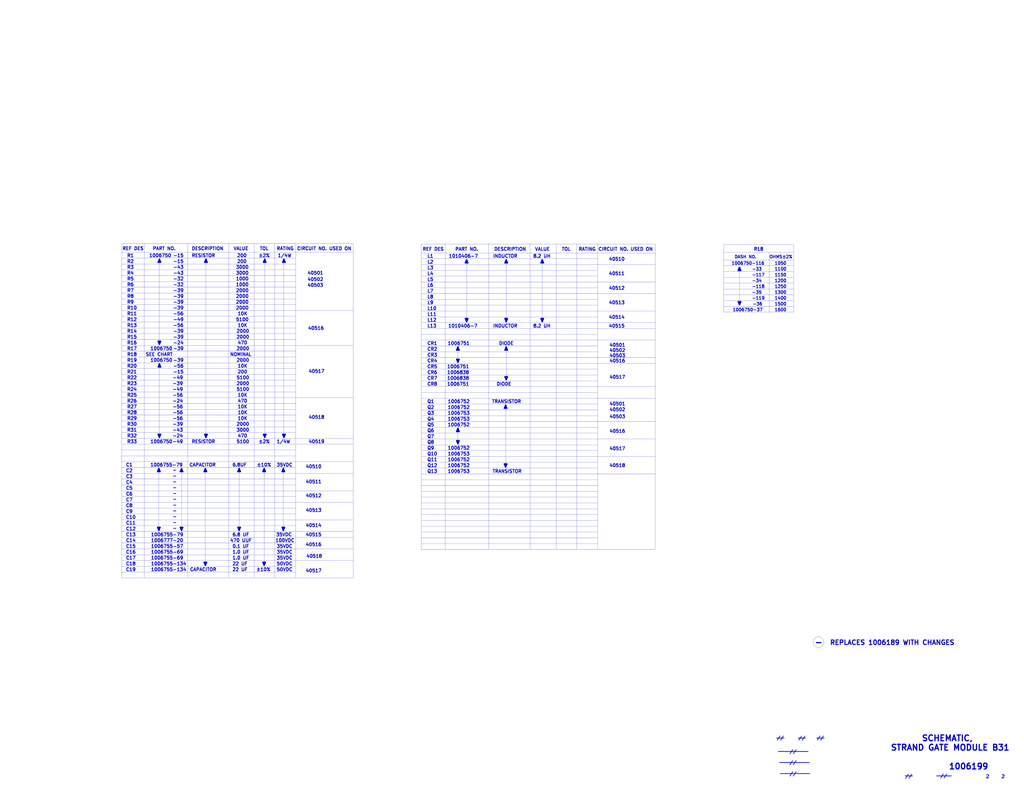
<source format=kicad_sch>
(kicad_sch (version 20211123) (generator eeschema)
  (paper "E")
  (polyline (pts (xy 260.985 512.445) (xy 260.985 579.12)) (stroke (width 0) (type solid)))
  (polyline (pts (xy 132.715 427.99) (xy 322.58 427.99)) (stroke (width 0) (type solid)))
  (polyline (pts (xy 459.74 530.225) (xy 652.145 530.225)) (stroke (width 0) (type solid)))
  (polyline (pts (xy 459.74 555.625) (xy 652.145 555.625)) (stroke (width 0) (type solid)))
  (polyline (pts (xy 173.355 579.12) (xy 172.085 575.945)) (stroke (width 1.524) (type solid)))
  (polyline (pts (xy 132.715 307.34) (xy 322.58 307.34)) (stroke (width 0) (type solid)))
  (polyline (pts (xy 501.015 382.27) (xy 498.475 382.27)) (stroke (width 1.524) (type solid)))
  (polyline (pts (xy 289.56 514.985) (xy 287.02 514.985)) (stroke (width 1.524) (type solid)))
  (polyline (pts (xy 172.72 400.685) (xy 173.99 397.51)) (stroke (width 1.524) (type solid)))
  (polyline (pts (xy 553.085 506.73) (xy 551.815 509.905)) (stroke (width 1.524) (type solid)))
  (polyline (pts (xy 508 347.98) (xy 510.54 347.98)) (stroke (width 1.524) (type solid)))
  (polyline (pts (xy 509.27 284.48) (xy 509.27 351.155)) (stroke (width 0) (type solid)))
  (polyline (pts (xy 259.715 514.985) (xy 260.985 511.81)) (stroke (width 1.524) (type solid)))
  (polyline (pts (xy 459.74 288.925) (xy 715.01 288.925)) (stroke (width 0) (type solid)))
  (polyline (pts (xy 459.74 384.175) (xy 652.145 384.175)) (stroke (width 0) (type solid)))
  (polyline (pts (xy 593.09 347.98) (xy 591.82 351.155)) (stroke (width 1.524) (type solid)))
  (polyline (pts (xy 551.815 443.23) (xy 551.815 509.905)) (stroke (width 0) (type solid)))
  (polyline (pts (xy 578.485 266.065) (xy 578.485 599.44)) (stroke (width 0) (type solid)))
  (polyline (pts (xy 385.445 266.065) (xy 385.445 631.19)) (stroke (width 0) (type solid)))
  (polyline (pts (xy 132.715 618.49) (xy 322.58 618.49)) (stroke (width 0) (type solid)))
  (polyline (pts (xy 459.74 371.475) (xy 715.01 371.475)) (stroke (width 0) (type solid)))
  (polyline (pts (xy 132.715 453.39) (xy 322.58 453.39)) (stroke (width 0) (type solid)))
  (polyline (pts (xy 309.88 283.21) (xy 311.15 286.385)) (stroke (width 1.524) (type solid)))
  (polyline (pts (xy 552.45 351.155) (xy 551.18 347.98)) (stroke (width 1.524) (type solid)))
  (polyline (pts (xy 311.15 286.385) (xy 308.61 286.385)) (stroke (width 1.524) (type solid)))
  (polyline (pts (xy 459.74 320.675) (xy 715.01 320.675)) (stroke (width 0) (type solid)))
  (polyline (pts (xy 459.74 460.375) (xy 715.01 460.375)) (stroke (width 0) (type solid)))
  (polyline (pts (xy 553.72 347.98) (xy 552.45 351.155)) (stroke (width 1.524) (type solid)))
  (polyline (pts (xy 552.45 379.095) (xy 553.72 382.27)) (stroke (width 1.524) (type solid)))
  (polyline (pts (xy 459.74 301.625) (xy 652.145 301.625)) (stroke (width 0) (type solid)))
  (polyline (pts (xy 459.74 390.525) (xy 715.01 390.525)) (stroke (width 0) (type solid)))
  (polyline (pts (xy 499.745 467.995) (xy 499.745 484.505)) (stroke (width 0) (type solid)))
  (polyline (pts (xy 552.45 379.73) (xy 552.45 414.655)) (stroke (width 0) (type solid)))
  (polyline (pts (xy 287.02 514.985) (xy 288.29 511.81)) (stroke (width 1.524) (type solid)))
  (polyline (pts (xy 591.82 284.48) (xy 591.82 351.155)) (stroke (width 0) (type solid)))
  (polyline (pts (xy 172.085 514.985) (xy 173.355 511.81)) (stroke (width 1.524) (type solid)))
  (polyline (pts (xy 260.985 511.81) (xy 262.255 514.985)) (stroke (width 1.524) (type solid)))
  (polyline (pts (xy 552.45 414.655) (xy 551.18 411.48)) (stroke (width 1.524) (type solid)))
  (polyline (pts (xy 459.74 498.475) (xy 715.01 498.475)) (stroke (width 0) (type solid)))
  (polyline (pts (xy 652.145 266.065) (xy 652.145 599.44)) (stroke (width 0) (type solid)))
  (polyline (pts (xy 808.355 295.275) (xy 805.815 295.275)) (stroke (width 1.524) (type solid)))
  (polyline (pts (xy 132.715 472.44) (xy 322.58 472.44)) (stroke (width 0) (type solid)))
  (polyline (pts (xy 459.74 266.7) (xy 459.74 600.075)) (stroke (width 0) (type solid)))
  (polyline (pts (xy 459.74 396.875) (xy 715.01 396.875)) (stroke (width 0) (type solid)))
  (polyline (pts (xy 552.45 283.845) (xy 553.72 287.02)) (stroke (width 1.524) (type solid)))
  (polyline (pts (xy 459.74 517.525) (xy 715.01 517.525)) (stroke (width 0) (type solid)))
  (polyline (pts (xy 299.72 266.065) (xy 299.72 631.19)) (stroke (width 0) (type solid)))
  (polyline (pts (xy 499.745 395.605) (xy 498.475 392.43)) (stroke (width 1.524) (type solid)))
  (polyline (pts (xy 224.79 283.845) (xy 224.79 477.52)) (stroke (width 0) (type solid)))
  (polyline (pts (xy 196.85 575.945) (xy 199.39 575.945)) (stroke (width 1.524) (type solid)))
  (polyline (pts (xy 715.01 266.065) (xy 715.01 599.44)) (stroke (width 0) (type solid)))
  (polyline (pts (xy 508 287.02) (xy 509.27 283.845)) (stroke (width 1.524) (type solid)))
  (polyline (pts (xy 459.74 536.575) (xy 652.145 536.575)) (stroke (width 0) (type solid)))
  (polyline (pts (xy 459.74 447.675) (xy 652.145 447.675)) (stroke (width 0) (type solid)))
  (polyline (pts (xy 132.715 459.74) (xy 322.58 459.74)) (stroke (width 0) (type solid)))
  (polyline (pts (xy 309.245 579.12) (xy 307.975 575.945)) (stroke (width 1.524) (type solid)))
  (polyline (pts (xy 249.555 266.065) (xy 249.555 631.19)) (stroke (width 0) (type solid)))
  (polyline (pts (xy 805.815 329.565) (xy 808.355 329.565)) (stroke (width 1.524) (type solid)))
  (polyline (pts (xy 288.925 283.845) (xy 288.925 477.52)) (stroke (width 0) (type solid)))
  (polyline (pts (xy 199.39 514.985) (xy 196.85 514.985)) (stroke (width 1.524) (type solid)))
  (polyline (pts (xy 459.74 346.075) (xy 652.145 346.075)) (stroke (width 0) (type solid)))
  (polyline (pts (xy 459.74 454.025) (xy 652.145 454.025)) (stroke (width 0) (type solid)))
  (polyline (pts (xy 501.015 392.43) (xy 499.745 395.605)) (stroke (width 1.524) (type solid)))
  (polyline (pts (xy 132.715 599.44) (xy 385.445 599.44)) (stroke (width 0) (type solid)))
  (polyline (pts (xy 459.74 542.925) (xy 652.145 542.925)) (stroke (width 0) (type solid)))
  (polyline (pts (xy 839.47 340.995) (xy 839.47 276.225)) (stroke (width 0) (type solid)))
  (polyline (pts (xy 307.975 575.945) (xy 310.515 575.945)) (stroke (width 1.524) (type solid)))
  (polyline (pts (xy 459.74 403.225) (xy 652.145 403.225)) (stroke (width 0) (type solid)))
  (polyline (pts (xy 789.94 321.945) (xy 866.14 321.945)) (stroke (width 0) (type solid)))
  (polyline (pts (xy 224.79 283.21) (xy 226.06 286.385)) (stroke (width 1.524) (type solid)))
  (polyline (pts (xy 132.715 266.065) (xy 132.715 631.19)) (stroke (width 0) (type solid)))
  (polyline (pts (xy 132.715 377.19) (xy 385.445 377.19)) (stroke (width 0) (type solid)))
  (polyline (pts (xy 173.99 283.845) (xy 173.99 375.92)) (stroke (width 0) (type solid)))
  (polyline (pts (xy 132.715 370.84) (xy 322.58 370.84)) (stroke (width 0) (type solid)))
  (polyline (pts (xy 132.715 364.49) (xy 322.58 364.49)) (stroke (width 0) (type solid)))
  (polyline (pts (xy 223.52 286.385) (xy 224.79 283.21)) (stroke (width 1.524) (type solid)))
  (polyline (pts (xy 789.94 334.645) (xy 866.14 334.645)) (stroke (width 0) (type solid)))
  (polyline (pts (xy 260.985 579.12) (xy 259.715 575.945)) (stroke (width 1.524) (type solid)))
  (polyline (pts (xy 132.715 510.54) (xy 322.58 510.54)) (stroke (width 0) (type solid)))
  (polyline (pts (xy 459.74 549.275) (xy 652.145 549.275)) (stroke (width 0) (type solid)))
  (polyline (pts (xy 223.52 474.345) (xy 226.06 474.345)) (stroke (width 1.524) (type solid)))
  (polyline (pts (xy 510.54 287.02) (xy 508 287.02)) (stroke (width 1.524) (type solid)))
  (polyline (pts (xy 805.815 295.275) (xy 807.085 292.1)) (stroke (width 1.524) (type solid)))
  (polyline (pts (xy 132.715 320.04) (xy 322.58 320.04)) (stroke (width 0) (type solid)))
  (polyline (pts (xy 173.99 375.92) (xy 172.72 372.745)) (stroke (width 1.524) (type solid)))
  (polyline (pts (xy 459.74 466.725) (xy 652.145 466.725)) (stroke (width 0) (type solid)))
  (polyline (pts (xy 132.715 421.64) (xy 322.58 421.64)) (stroke (width 0) (type solid)))
  (polyline (pts (xy 499.745 379.095) (xy 499.745 395.605)) (stroke (width 0) (type solid)))
  (polyline (pts (xy 498.475 481.33) (xy 501.015 481.33)) (stroke (width 1.524) (type solid)))
  (polyline (pts (xy 309.88 283.845) (xy 309.88 477.52)) (stroke (width 0) (type solid)))
  (polyline (pts (xy 510.54 347.98) (xy 509.27 351.155)) (stroke (width 1.524) (type solid)))
  (polyline (pts (xy 174.625 575.945) (xy 173.355 579.12)) (stroke (width 1.524) (type solid)))
  (polyline (pts (xy 132.715 332.74) (xy 322.58 332.74)) (stroke (width 0) (type solid)))
  (polyline (pts (xy 533.4 266.065) (xy 533.4 599.44)) (stroke (width 0) (type solid)))
  (polyline (pts (xy 132.715 586.74) (xy 385.445 586.74)) (stroke (width 0) (type solid)))
  (polyline (pts (xy 322.58 266.065) (xy 322.58 631.19)) (stroke (width 0) (type solid)))
  (polyline (pts (xy 132.715 523.24) (xy 322.58 523.24)) (stroke (width 0) (type solid)))
  (polyline (pts (xy 499.745 467.995) (xy 501.015 471.17)) (stroke (width 1.524) (type solid)))
  (polyline (pts (xy 132.715 358.14) (xy 322.58 358.14)) (stroke (width 0) (type solid)))
  (polyline (pts (xy 459.74 307.975) (xy 715.01 307.975)) (stroke (width 0) (type solid)))
  (polyline (pts (xy 222.885 514.985) (xy 224.155 511.81)) (stroke (width 1.524) (type solid)))
  (polyline (pts (xy 132.715 516.89) (xy 385.445 516.89)) (stroke (width 0) (type solid)))
  (polyline (pts (xy 459.74 523.875) (xy 652.145 523.875)) (stroke (width 0) (type solid)))
  (polyline (pts (xy 173.99 398.145) (xy 173.99 477.52)) (stroke (width 0) (type solid)))
  (polyline (pts (xy 175.26 372.745) (xy 173.99 375.92)) (stroke (width 1.524) (type solid)))
  (polyline (pts (xy 289.56 614.045) (xy 288.29 617.22)) (stroke (width 1.524) (type solid)))
  (polyline (pts (xy 132.715 593.09) (xy 322.58 593.09)) (stroke (width 0) (type solid)))
  (polyline (pts (xy 290.195 286.385) (xy 287.655 286.385)) (stroke (width 1.524) (type solid)))
  (polyline (pts (xy 551.18 287.02) (xy 552.45 283.845)) (stroke (width 1.524) (type solid)))
  (polyline (pts (xy 807.085 332.74) (xy 805.815 329.565)) (stroke (width 1.524) (type solid)))
  (polyline (pts (xy 225.425 514.985) (xy 222.885 514.985)) (stroke (width 1.524) (type solid)))
  (polyline (pts (xy 132.715 440.69) (xy 322.58 440.69)) (stroke (width 0) (type solid)))
  (polyline (pts (xy 459.74 377.825) (xy 652.145 377.825)) (stroke (width 0) (type solid)))
  (polyline (pts (xy 259.715 575.945) (xy 262.255 575.945)) (stroke (width 1.524) (type solid)))
  (polyline (pts (xy 789.94 275.59) (xy 866.14 275.59)) (stroke (width 0) (type solid)))
  (polyline (pts (xy 205.105 266.065) (xy 205.105 631.19)) (stroke (width 0) (type solid)))
  (polyline (pts (xy 459.74 600.075) (xy 715.01 600.075)) (stroke (width 0) (type solid)))
  (polyline (pts (xy 288.925 477.52) (xy 287.655 474.345)) (stroke (width 1.524) (type solid)))
  (polyline (pts (xy 459.74 485.775) (xy 652.145 485.775)) (stroke (width 0) (type solid)))
  (polyline (pts (xy 175.26 400.685) (xy 172.72 400.685)) (stroke (width 1.524) (type solid)))
  (polyline (pts (xy 173.99 283.21) (xy 175.26 286.385)) (stroke (width 1.524) (type solid)))
  (polyline (pts (xy 591.82 351.155) (xy 590.55 347.98)) (stroke (width 1.524) (type solid)))
  (polyline (pts (xy 629.285 266.065) (xy 629.285 599.44)) (stroke (width 0) (type solid)))
  (polyline (pts (xy 498.475 392.43) (xy 501.015 392.43)) (stroke (width 1.524) (type solid)))
  (polyline (pts (xy 509.27 283.845) (xy 510.54 287.02)) (stroke (width 1.524) (type solid)))
  (polyline (pts (xy 132.715 574.04) (xy 322.58 574.04)) (stroke (width 0) (type solid)))
  (polyline (pts (xy 132.715 434.34) (xy 385.445 434.34)) (stroke (width 0) (type solid)))
  (polyline (pts (xy 226.06 474.345) (xy 224.79 477.52)) (stroke (width 1.524) (type solid)))
  (polyline (pts (xy 173.99 397.51) (xy 175.26 400.685)) (stroke (width 1.524) (type solid)))
  (polyline (pts (xy 789.94 302.895) (xy 866.14 302.895)) (stroke (width 0) (type solid)))
  (polyline (pts (xy 551.18 382.27) (xy 552.45 379.095)) (stroke (width 1.524) (type solid)))
  (polyline (pts (xy 132.715 529.59) (xy 322.58 529.59)) (stroke (width 0) (type solid)))
  (polyline (pts (xy 132.715 548.64) (xy 385.445 548.64)) (stroke (width 0) (type solid)))
  (polyline (pts (xy 132.715 288.29) (xy 322.58 288.29)) (stroke (width 0) (type solid)))
  (polyline (pts (xy 132.715 383.54) (xy 322.58 383.54)) (stroke (width 0) (type solid)))
  (polyline (pts (xy 459.74 441.325) (xy 652.145 441.325)) (stroke (width 0) (type solid)))
  (polyline (pts (xy 198.12 511.81) (xy 199.39 514.985)) (stroke (width 1.524) (type solid)))
  (polyline (pts (xy 590.55 287.02) (xy 591.82 283.845)) (stroke (width 1.524) (type solid)))
  (polyline (pts (xy 499.745 484.505) (xy 498.475 481.33)) (stroke (width 1.524) (type solid)))
  (polyline (pts (xy 224.155 511.81) (xy 224.155 617.22)) (stroke (width 0) (type solid)))
  (polyline (pts (xy 499.745 379.095) (xy 501.015 382.27)) (stroke (width 1.524) (type solid)))
  (polyline (pts (xy 132.715 504.19) (xy 385.445 504.19)) (stroke (width 0) (type solid)))
  (polyline (pts (xy 199.39 575.945) (xy 198.12 579.12)) (stroke (width 1.524) (type solid)))
  (polyline (pts (xy 132.715 580.39) (xy 385.445 580.39)) (stroke (width 0) (type solid)))
  (polyline (pts (xy 288.29 511.81) (xy 289.56 514.985)) (stroke (width 1.524) (type solid)))
  (polyline (pts (xy 132.715 345.44) (xy 322.58 345.44)) (stroke (width 0) (type solid)))
  (polyline (pts (xy 174.625 514.985) (xy 172.085 514.985)) (stroke (width 1.524) (type solid)))
  (polyline (pts (xy 287.655 474.345) (xy 290.195 474.345)) (stroke (width 1.524) (type solid)))
  (polyline (pts (xy 553.72 411.48) (xy 552.45 414.655)) (stroke (width 1.524) (type solid)))
  (polyline (pts (xy 459.74 574.675) (xy 652.145 574.675)) (stroke (width 0) (type solid)))
  (polyline (pts (xy 224.155 617.22) (xy 222.885 614.045)) (stroke (width 1.524) (type solid)))
  (polyline (pts (xy 789.94 328.295) (xy 866.14 328.295)) (stroke (width 0) (type solid)))
  (polyline (pts (xy 459.74 593.725) (xy 652.145 593.725)) (stroke (width 0) (type solid)))
  (polyline (pts (xy 224.79 477.52) (xy 223.52 474.345)) (stroke (width 1.524) (type solid)))
  (polyline (pts (xy 459.74 314.325) (xy 652.145 314.325)) (stroke (width 0) (type solid)))
  (polyline (pts (xy 459.74 587.375) (xy 652.145 587.375)) (stroke (width 0) (type solid)))
  (polyline (pts (xy 132.715 535.94) (xy 385.445 535.94)) (stroke (width 0) (type solid)))
  (polyline (pts (xy 132.715 281.94) (xy 322.58 281.94)) (stroke (width 0) (type solid)))
  (polyline (pts (xy 132.715 415.29) (xy 322.58 415.29)) (stroke (width 0) (type solid)))
  (polyline (pts (xy 132.715 313.69) (xy 322.58 313.69)) (stroke (width 0) (type solid)))
  (polyline (pts (xy 591.82 283.845) (xy 593.09 287.02)) (stroke (width 1.524) (type solid)))
  (polyline (pts (xy 485.775 266.065) (xy 485.775 599.44)) (stroke (width 0) (type solid)))
  (polyline (pts (xy 498.475 471.17) (xy 499.745 467.995)) (stroke (width 1.524) (type solid)))
  (polyline (pts (xy 132.715 561.34) (xy 322.58 561.34)) (stroke (width 0) (type solid)))
  (polyline (pts (xy 226.06 286.385) (xy 223.52 286.385)) (stroke (width 1.524) (type solid)))
  (polyline (pts (xy 459.74 492.125) (xy 652.145 492.125)) (stroke (width 0) (type solid)))
  (polyline (pts (xy 132.715 266.065) (xy 385.445 266.065)) (stroke (width 0) (type solid)))
  (polyline (pts (xy 552.45 284.48) (xy 552.45 351.155)) (stroke (width 0) (type solid)))
  (polyline (pts (xy 459.74 415.925) (xy 652.145 415.925)) (stroke (width 0) (type solid)))
  (polyline (pts (xy 157.48 266.065) (xy 157.48 631.19)) (stroke (width 0) (type solid)))
  (polyline (pts (xy 459.74 434.975) (xy 715.01 434.975)) (stroke (width 0) (type solid)))
  (polyline (pts (xy 132.715 300.99) (xy 322.58 300.99)) (stroke (width 0) (type solid)))
  (polyline (pts (xy 196.85 514.985) (xy 198.12 511.81)) (stroke (width 1.524) (type solid)))
  (polyline (pts (xy 308.61 286.385) (xy 309.88 283.21)) (stroke (width 1.524) (type solid)))
  (polyline (pts (xy 262.255 575.945) (xy 260.985 579.12)) (stroke (width 1.524) (type solid)))
  (polyline (pts (xy 132.715 447.04) (xy 322.58 447.04)) (stroke (width 0) (type solid)))
  (polyline (pts (xy 459.74 561.975) (xy 652.145 561.975)) (stroke (width 0) (type solid)))
  (polyline (pts (xy 132.715 408.94) (xy 322.58 408.94)) (stroke (width 0) (type solid)))
  (polyline (pts (xy 132.715 624.84) (xy 322.58 624.84)) (stroke (width 0) (type solid)))
  (polyline (pts (xy 132.715 294.64) (xy 322.58 294.64)) (stroke (width 0) (type solid)))
  (polyline (pts (xy 222.885 614.045) (xy 225.425 614.045)) (stroke (width 1.524) (type solid)))
  (polyline (pts (xy 132.715 612.14) (xy 385.445 612.14)) (stroke (width 0) (type solid)))
  (polyline (pts (xy 459.74 339.725) (xy 715.01 339.725)) (stroke (width 0) (type solid)))
  (polyline (pts (xy 307.975 514.985) (xy 309.245 511.81)) (stroke (width 1.524) (type solid)))
  (polyline (pts (xy 789.94 315.595) (xy 866.14 315.595)) (stroke (width 0) (type solid)))
  (polyline (pts (xy 198.12 579.12) (xy 196.85 575.945)) (stroke (width 1.524) (type solid)))
  (polyline (pts (xy 175.26 474.345) (xy 173.99 477.52)) (stroke (width 1.524) (type solid)))
  (polyline (pts (xy 789.94 309.245) (xy 866.14 309.245)) (stroke (width 0) (type solid)))
  (polyline (pts (xy 789.94 340.995) (xy 866.14 340.995)) (stroke (width 0) (type solid)))
  (polyline (pts (xy 553.72 382.27) (xy 551.18 382.27)) (stroke (width 1.524) (type solid)))
  (polyline (pts (xy 288.925 283.21) (xy 290.195 286.385)) (stroke (width 1.524) (type solid)))
  (polyline (pts (xy 172.085 575.945) (xy 174.625 575.945)) (stroke (width 1.524) (type solid)))
  (polyline (pts (xy 459.74 479.425) (xy 715.01 479.425)) (stroke (width 0) (type solid)))
  (polyline (pts (xy 132.715 389.89) (xy 322.58 389.89)) (stroke (width 0) (type solid)))
  (polyline (pts (xy 132.715 275.59) (xy 385.445 275.59)) (stroke (width 0) (type solid)))
  (polyline (pts (xy 132.715 396.24) (xy 322.58 396.24)) (stroke (width 0) (type solid)))
  (polyline (pts (xy 459.74 276.225) (xy 715.01 276.225)) (stroke (width 0) (type solid)))
  (polyline (pts (xy 459.74 428.625) (xy 652.145 428.625)) (stroke (width 0) (type solid)))
  (polyline (pts (xy 132.715 478.79) (xy 385.445 478.79)) (stroke (width 0) (type solid)))
  (polyline (pts (xy 789.94 267.335) (xy 866.14 267.335)) (stroke (width 0) (type solid)))
  (polyline (pts (xy 459.74 511.175) (xy 652.145 511.175)) (stroke (width 0) (type solid)))
  (polyline (pts (xy 459.74 568.325) (xy 652.145 568.325)) (stroke (width 0) (type solid)))
  (polyline (pts (xy 789.94 267.335) (xy 789.94 340.995)) (stroke (width 0) (type solid)))
  (polyline (pts (xy 590.55 347.98) (xy 593.09 347.98)) (stroke (width 1.524) (type solid)))
  (polyline (pts (xy 132.715 497.84) (xy 322.58 497.84)) (stroke (width 0) (type solid)))
  (polyline (pts (xy 459.74 409.575) (xy 652.145 409.575)) (stroke (width 0) (type solid)))
  (polyline (pts (xy 309.245 511.81) (xy 310.515 514.985)) (stroke (width 1.524) (type solid)))
  (polyline (pts (xy 132.715 326.39) (xy 322.58 326.39)) (stroke (width 0) (type solid)))
  (polyline (pts (xy 459.74 504.825) (xy 652.145 504.825)) (stroke (width 0) (type solid)))
  (polyline (pts (xy 501.015 481.33) (xy 499.745 484.505)) (stroke (width 1.524) (type solid)))
  (polyline (pts (xy 132.715 351.79) (xy 322.58 351.79)) (stroke (width 0) (type solid)))
  (polyline (pts (xy 173.355 511.81) (xy 174.625 514.985)) (stroke (width 1.524) (type solid)))
  (polyline (pts (xy 459.74 581.025) (xy 652.145 581.025)) (stroke (width 0) (type solid)))
  (polyline (pts (xy 175.26 286.385) (xy 172.72 286.385)) (stroke (width 1.524) (type solid)))
  (polyline (pts (xy 132.715 605.79) (xy 322.58 605.79)) (stroke (width 0) (type solid)))
  (polyline (pts (xy 309.88 477.52) (xy 308.61 474.345)) (stroke (width 1.524) (type solid)))
  (polyline (pts (xy 553.72 287.02) (xy 551.18 287.02)) (stroke (width 1.524) (type solid)))
  (polyline (pts (xy 132.715 339.09) (xy 385.445 339.09)) (stroke (width 0) (type solid)))
  (polyline (pts (xy 198.12 512.445) (xy 198.12 579.12)) (stroke (width 0) (type solid)))
  (polyline (pts (xy 310.515 514.985) (xy 307.975 514.985)) (stroke (width 1.524) (type solid)))
  (polyline (pts (xy 132.715 466.09) (xy 322.58 466.09)) (stroke (width 0) (type solid)))
  (polyline (pts (xy 172.72 372.745) (xy 175.26 372.745)) (stroke (width 1.524) (type solid)))
  (polyline (pts (xy 459.74 358.775) (xy 715.01 358.775)) (stroke (width 0) (type solid)))
  (polyline (pts (xy 459.74 327.025) (xy 652.145 327.025)) (stroke (width 0) (type solid)))
  (polyline (pts (xy 550.545 506.73) (xy 553.085 506.73)) (stroke (width 1.524) (type solid)))
  (polyline (pts (xy 459.74 266.7) (xy 715.01 266.7)) (stroke (width 0) (type solid)))
  (polyline (pts (xy 807.085 291.465) (xy 807.085 332.74)) (stroke (width 0) (type solid)))
  (polyline (pts (xy 789.94 283.845) (xy 866.14 283.845)) (stroke (width 0) (type solid)))
  (polyline (pts (xy 172.72 286.385) (xy 173.99 283.21)) (stroke (width 1.524) (type solid)))
  (polyline (pts (xy 459.74 422.275) (xy 715.01 422.275)) (stroke (width 0) (type solid)))
  (polyline (pts (xy 132.715 485.14) (xy 385.445 485.14)) (stroke (width 0) (type solid)))
  (polyline (pts (xy 789.94 296.545) (xy 866.14 296.545)) (stroke (width 0) (type solid)))
  (polyline (pts (xy 311.15 474.345) (xy 309.88 477.52)) (stroke (width 1.524) (type solid)))
  (polyline (pts (xy 173.99 477.52) (xy 172.72 474.345)) (stroke (width 1.524) (type solid)))
  (polyline (pts (xy 551.18 347.98) (xy 553.72 347.98)) (stroke (width 1.524) (type solid)))
  (polyline (pts (xy 224.155 511.81) (xy 225.425 514.985)) (stroke (width 1.524) (type solid)))
  (polyline (pts (xy 509.27 351.155) (xy 508 347.98)) (stroke (width 1.524) (type solid)))
  (polyline (pts (xy 459.74 365.125) (xy 652.145 365.125)) (stroke (width 0) (type solid)))
  (polyline (pts (xy 459.74 282.575) (xy 652.145 282.575)) (stroke (width 0) (type solid)))
  (polyline (pts (xy 288.29 511.81) (xy 288.29 617.22)) (stroke (width 0) (type solid)))
  (polyline (pts (xy 288.29 617.22) (xy 287.02 614.045)) (stroke (width 1.524) (type solid)))
  (polyline (pts (xy 262.255 514.985) (xy 259.715 514.985)) (stroke (width 1.524) (type solid)))
  (polyline (pts (xy 551.815 509.905) (xy 550.545 506.73)) (stroke (width 1.524) (type solid)))
  (polyline (pts (xy 459.74 473.075) (xy 652.145 473.075)) (stroke (width 0) (type solid)))
  (polyline (pts (xy 172.72 474.345) (xy 175.26 474.345)) (stroke (width 1.524) (type solid)))
  (polyline (pts (xy 789.94 290.195) (xy 866.14 290.195)) (stroke (width 0) (type solid)))
  (polyline (pts (xy 287.655 286.385) (xy 288.925 283.21)) (stroke (width 1.524) (type solid)))
  (polyline (pts (xy 459.74 333.375) (xy 652.145 333.375)) (stroke (width 0) (type solid)))
  (polyline (pts (xy 290.195 474.345) (xy 288.925 477.52)) (stroke (width 1.524) (type solid)))
  (polyline (pts (xy 459.74 352.425) (xy 715.01 352.425)) (stroke (width 0) (type solid)))
  (polyline (pts (xy 550.545 445.77) (xy 551.815 442.595)) (stroke (width 1.524) (type solid)))
  (polyline (pts (xy 310.515 575.945) (xy 309.245 579.12)) (stroke (width 1.524) (type solid)))
  (polyline (pts (xy 551.815 442.595) (xy 553.085 445.77)) (stroke (width 1.524) (type solid)))
  (polyline (pts (xy 551.18 411.48) (xy 553.72 411.48)) (stroke (width 1.524) (type solid)))
  (polyline (pts (xy 132.715 567.69) (xy 385.445 567.69)) (stroke (width 0) (type solid)))
  (polyline (pts (xy 607.06 266.065) (xy 607.06 599.44)) (stroke (width 0) (type solid)))
  (polyline (pts (xy 498.475 382.27) (xy 499.745 379.095)) (stroke (width 1.524) (type solid)))
  (polyline (pts (xy 553.085 445.77) (xy 550.545 445.77)) (stroke (width 1.524) (type solid)))
  (polyline (pts (xy 807.085 292.1) (xy 808.355 295.275)) (stroke (width 1.524) (type solid)))
  (polyline (pts (xy 277.495 266.065) (xy 277.495 631.19)) (stroke (width 0) (type solid)))
  (polyline (pts (xy 308.61 474.345) (xy 311.15 474.345)) (stroke (width 1.524) (type solid)))
  (polyline (pts (xy 132.715 554.99) (xy 322.58 554.99)) (stroke (width 0) (type solid)))
  (polyline (pts (xy 132.715 631.19) (xy 385.445 631.19)) (stroke (width 0) (type solid)))
  (polyline (pts (xy 593.09 287.02) (xy 590.55 287.02)) (stroke (width 1.524) (type solid)))
  (polyline (pts (xy 501.015 471.17) (xy 498.475 471.17)) (stroke (width 1.524) (type solid)))
  (polyline (pts (xy 459.74 295.275) (xy 652.145 295.275)) (stroke (width 0) (type solid)))
  (polyline (pts (xy 866.14 267.335) (xy 866.14 340.995)) (stroke (width 0) (type solid)))
  (polyline (pts (xy 808.355 329.565) (xy 807.085 332.74)) (stroke (width 1.524) (type solid)))
  (polyline (pts (xy 309.245 512.445) (xy 309.245 579.12)) (stroke (width 0) (type solid)))
  (polyline (pts (xy 132.715 542.29) (xy 322.58 542.29)) (stroke (width 0) (type solid)))
  (polyline (pts (xy 132.715 491.49) (xy 322.58 491.49)) (stroke (width 0) (type solid)))
  (polyline (pts (xy 287.02 614.045) (xy 289.56 614.045)) (stroke (width 1.524) (type solid)))
  (polyline (pts (xy 173.355 512.445) (xy 173.355 579.12)) (stroke (width 0) (type solid)))
  (polyline (pts (xy 225.425 614.045) (xy 224.155 617.22)) (stroke (width 1.524) (type solid)))
  (polyline (pts (xy 132.715 402.59) (xy 322.58 402.59)) (stroke (width 0) (type solid)))
  (text "10K" (at 259.08 452.755 0) (effects (font (size 3.556 3.556) (thickness 0.7112) bold) (justify left bottom)))
  (text "2000" (at 257.81 363.855 0) (effects (font (size 3.556 3.556) (thickness 0.7112) bold) (justify left bottom)))
  (text "CR1" (at 466.09 377.19 0) (effects (font (size 3.556 3.556) (thickness 0.7112) bold) (justify left bottom)))
  (text "1006753" (at 488.315 516.89 0) (effects (font (size 3.556 3.556) (thickness 0.7112) bold) (justify left bottom)))
  (text "1100" (at 845.185 295.91 0) (effects (font (size 3.302 3.302) (thickness 0.6604) bold) (justify left bottom)))
  (text "//" (at 987.552 849.884 0) (effects (font (size 3.556 3.556) (thickness 0.7112) bold) (justify left bottom)))
  (text "1006838" (at 487.68 408.94 0) (effects (font (size 3.556 3.556) (thickness 0.7112) bold) (justify left bottom)))
  (text "±2%" (at 281.94 281.305 0) (effects (font (size 3.556 3.556) (thickness 0.7112) bold) (justify left bottom)))
  (text "-" (at 187.96 515.62 0) (effects (font (size 3.556 3.556) (thickness 0.7112) bold) (justify left bottom)))
  (text "C3" (at 137.16 522.605 0) (effects (font (size 3.556 3.556) (thickness 0.7112) bold) (justify left bottom)))
  (text "40514" (at 664.21 348.615 0) (effects (font (size 3.556 3.556) (thickness 0.7112) bold) (justify left bottom)))
  (text "40502" (at 335.28 307.34 0) (effects (font (size 3.556 3.556) (thickness 0.7112) bold) (justify left bottom)))
  (text "1006753" (at 488.315 453.39 0) (effects (font (size 3.556 3.556) (thickness 0.7112) bold) (justify left bottom)))
  (text "R6" (at 138.43 313.055 0) (effects (font (size 3.556 3.556) (thickness 0.7112) bold) (justify left bottom)))
  (text "____________" (at 850.265 833.12 0) (effects (font (size 3.556 3.556) (thickness 0.7112) bold) (justify left bottom)))
  (text "VALUE" (at 254.635 273.685 0) (effects (font (size 3.556 3.556) (thickness 0.7112) bold) (justify left bottom)))
  (text "40518" (at 336.55 457.835 0) (effects (font (size 3.556 3.556) (thickness 0.7112) bold) (justify left bottom)))
  (text "-56" (at 187.96 452.755 0) (effects (font (size 3.556 3.556) (thickness 0.7112) bold) (justify left bottom)))
  (text "-49" (at 187.96 427.355 0) (effects (font (size 3.556 3.556) (thickness 0.7112) bold) (justify left bottom)))
  (text "R17" (at 138.43 382.905 0) (effects (font (size 3.556 3.556) (thickness 0.7112) bold) (justify left bottom)))
  (text "______" (at 1021.715 847.725 0) (effects (font (size 3.556 3.556) (thickness 0.7112) bold) (justify left bottom)))
  (text "CR6" (at 466.09 408.94 0) (effects (font (size 3.556 3.556) (thickness 0.7112) bold) (justify left bottom)))
  (text "-43" (at 188.595 300.355 0) (effects (font (size 3.556 3.556) (thickness 0.7112) bold) (justify left bottom)))
  (text "40517" (at 664.845 414.02 0) (effects (font (size 3.556 3.556) (thickness 0.7112) bold) (justify left bottom)))
  (text "1006755-79" (at 163.83 509.905 0) (effects (font (size 3.556 3.556) (thickness 0.7112) bold) (justify left bottom)))
  (text "C1" (at 137.16 509.905 0) (effects (font (size 3.556 3.556) (thickness 0.7112) bold) (justify left bottom)))
  (text "1006751" (at 487.68 402.59 0) (effects (font (size 3.556 3.556) (thickness 0.7112) bold) (justify left bottom)))
  (text "R12" (at 138.43 351.155 0) (effects (font (size 3.556 3.556) (thickness 0.7112) bold) (justify left bottom)))
  (text "35VDC" (at 301.625 611.505 0) (effects (font (size 3.556 3.556) (thickness 0.7112) bold) (justify left bottom)))
  (text "-43" (at 188.595 294.005 0) (effects (font (size 3.556 3.556) (thickness 0.7112) bold) (justify left bottom)))
  (text "2000" (at 257.175 338.455 0) (effects (font (size 3.556 3.556) (thickness 0.7112) bold) (justify left bottom)))
  (text "40511" (at 333.375 528.32 0) (effects (font (size 3.556 3.556) (thickness 0.7112) bold) (justify left bottom)))
  (text "1006755-69" (at 164.465 611.505 0) (effects (font (size 3.556 3.556) (thickness 0.7112) bold) (justify left bottom)))
  (text "1000" (at 257.175 313.055 0) (effects (font (size 3.556 3.556) (thickness 0.7112) bold) (justify left bottom)))
  (text "1006753" (at 488.315 459.74 0) (effects (font (size 3.556 3.556) (thickness 0.7112) bold) (justify left bottom)))
  (text "-49" (at 187.96 484.505 0) (effects (font (size 3.556 3.556) (thickness 0.7112) bold) (justify left bottom)))
  (text "R5" (at 138.43 306.705 0) (effects (font (size 3.556 3.556) (thickness 0.7112) bold) (justify left bottom)))
  (text "Q1" (at 466.09 440.69 0) (effects (font (size 3.556 3.556) (thickness 0.7112) bold) (justify left bottom)))
  (text "Q13" (at 466.09 516.89 0) (effects (font (size 3.556 3.556) (thickness 0.7112) bold) (justify left bottom)))
  (text "-34" (at 820.42 308.61 0) (effects (font (size 3.302 3.302) (thickness 0.6604) bold) (justify left bottom)))
  (text "-15" (at 188.595 287.655 0) (effects (font (size 3.556 3.556) (thickness 0.7112) bold) (justify left bottom)))
  (text "PART NO." (at 496.57 274.32 0) (effects (font (size 3.556 3.556) (thickness 0.7112) bold) (justify left bottom)))
  (text "CAPACITOR" (at 206.375 509.905 0) (effects (font (size 3.556 3.556) (thickness 0.7112) bold) (justify left bottom)))
  (text "0.1 UF" (at 253.365 598.805 0) (effects (font (size 3.556 3.556) (thickness 0.7112) bold) (justify left bottom)))
  (text "-" (at 187.96 528.32 0) (effects (font (size 3.556 3.556) (thickness 0.7112) bold) (justify left bottom)))
  (text "R22" (at 138.43 414.655 0) (effects (font (size 3.556 3.556) (thickness 0.7112) bold) (justify left bottom)))
  (text "1006752" (at 488.315 504.19 0) (effects (font (size 3.556 3.556) (thickness 0.7112) bold) (justify left bottom)))
  (text "3000" (at 257.175 294.005 0) (effects (font (size 3.556 3.556) (thickness 0.7112) bold) (justify left bottom)))
  (text "L1" (at 466.09 281.94 0) (effects (font (size 3.556 3.556) (thickness 0.7112) bold) (justify left bottom)))
  (text "-24" (at 188.595 376.555 0) (effects (font (size 3.556 3.556) (thickness 0.7112) bold) (justify left bottom)))
  (text "200" (at 258.445 287.655 0) (effects (font (size 3.556 3.556) (thickness 0.7112) bold) (justify left bottom)))
  (text "40516" (at 664.845 396.24 0) (effects (font (size 3.556 3.556) (thickness 0.7112) bold) (justify left bottom)))
  (text "R23" (at 138.43 421.005 0) (effects (font (size 3.556 3.556) (thickness 0.7112) bold) (justify left bottom)))
  (text "R27" (at 138.43 446.405 0) (effects (font (size 3.556 3.556) (thickness 0.7112) bold) (justify left bottom)))
  (text "R28" (at 138.43 452.755 0) (effects (font (size 3.556 3.556) (thickness 0.7112) bold) (justify left bottom)))
  (text "35VDC" (at 301.625 509.905 0) (effects (font (size 3.556 3.556) (thickness 0.7112) bold) (justify left bottom)))
  (text "C4" (at 137.16 528.955 0) (effects (font (size 3.556 3.556) (thickness 0.7112) bold) (justify left bottom)))
  (text "10K" (at 259.08 433.705 0) (effects (font (size 3.556 3.556) (thickness 0.7112) bold) (justify left bottom)))
  (text "470" (at 259.08 376.555 0) (effects (font (size 3.556 3.556) (thickness 0.7112) bold) (justify left bottom)))
  (text "-56" (at 187.96 433.705 0) (effects (font (size 3.556 3.556) (thickness 0.7112) bold) (justify left bottom)))
  (text "40513" (at 333.375 559.435 0) (effects (font (size 3.556 3.556) (thickness 0.7112) bold) (justify left bottom)))
  (text "40501" (at 664.845 443.23 0) (effects (font (size 3.556 3.556) (thickness 0.7112) bold) (justify left bottom)))
  (text "SEE CHART" (at 158.75 389.255 0) (effects (font (size 3.556 3.556) (thickness 0.7112) bold) (justify left bottom)))
  (text "Q7" (at 466.09 478.79 0) (effects (font (size 3.556 3.556) (thickness 0.7112) bold) (justify left bottom)))
  (text "40502" (at 664.845 449.58 0) (effects (font (size 3.556 3.556) (thickness 0.7112) bold) (justify left bottom)))
  (text "-" (at 187.96 566.42 0) (effects (font (size 3.556 3.556) (thickness 0.7112) bold) (justify left bottom)))
  (text "1006755-57" (at 164.465 598.805 0) (effects (font (size 3.556 3.556) (thickness 0.7112) bold) (justify left bottom)))
  (text "40517" (at 664.845 492.125 0) (effects (font (size 3.556 3.556) (thickness 0.7112) bold) (justify left bottom)))
  (text "40510" (at 333.375 511.81 0) (effects (font (size 3.556 3.556) (thickness 0.7112) bold) (justify left bottom)))
  (text "CR3" (at 466.09 389.89 0) (effects (font (size 3.556 3.556) (thickness 0.7112) bold) (justify left bottom)))
  (text "1006750" (at 163.83 395.605 0) (effects (font (size 3.556 3.556) (thickness 0.7112) bold) (justify left bottom)))
  (text "R30" (at 138.43 465.455 0) (effects (font (size 3.556 3.556) (thickness 0.7112) bold) (justify left bottom)))
  (text "-49" (at 187.96 414.655 0) (effects (font (size 3.556 3.556) (thickness 0.7112) bold) (justify left bottom)))
  (text "R13" (at 138.43 357.505 0) (effects (font (size 3.556 3.556) (thickness 0.7112) bold) (justify left bottom)))
  (text "1006752" (at 488.315 466.09 0) (effects (font (size 3.556 3.556) (thickness 0.7112) bold) (justify left bottom)))
  (text "Q6" (at 466.09 472.44 0) (effects (font (size 3.556 3.556) (thickness 0.7112) bold) (justify left bottom)))
  (text "8.2 UH" (at 581.66 358.14 0) (effects (font (size 3.556 3.556) (thickness 0.7112) bold) (justify left bottom)))
  (text "10K" (at 259.08 459.105 0) (effects (font (size 3.556 3.556) (thickness 0.7112) bold) (justify left bottom)))
  (text "C16" (at 137.16 605.155 0) (effects (font (size 3.556 3.556) (thickness 0.7112) bold) (justify left bottom)))
  (text "1006752" (at 488.315 440.69 0) (effects (font (size 3.556 3.556) (thickness 0.7112) bold) (justify left bottom)))
  (text "40518" (at 334.01 609.6 0) (effects (font (size 3.556 3.556) (thickness 0.7112) bold) (justify left bottom)))
  (text "R25" (at 138.43 433.705 0) (effects (font (size 3.556 3.556) (thickness 0.7112) bold) (justify left bottom)))
  (text "C13" (at 137.16 586.105 0) (effects (font (size 3.556 3.556) (thickness 0.7112) bold) (justify left bottom)))
  (text "-119" (at 820.42 327.66 0) (effects (font (size 3.302 3.302) (thickness 0.6604) bold) (justify left bottom)))
  (text "22 UF" (at 253.365 624.205 0) (effects (font (size 3.556 3.556) (thickness 0.7112) bold) (justify left bottom)))
  (text "5100" (at 257.175 351.155 0) (effects (font (size 3.556 3.556) (thickness 0.7112) bold) (justify left bottom)))
  (text "DIODE" (at 544.195 377.19 0) (effects (font (size 3.556 3.556) (thickness 0.7112) bold) (justify left bottom)))
  (text "R14" (at 138.43 363.855 0) (effects (font (size 3.556 3.556) (thickness 0.7112) bold) (justify left bottom)))
  (text "1400" (at 845.185 327.66 0) (effects (font (size 3.302 3.302) (thickness 0.6604) bold) (justify left bottom)))
  (text "-39" (at 188.595 370.205 0) (effects (font (size 3.556 3.556) (thickness 0.7112) bold) (justify left bottom)))
  (text "Q10" (at 466.09 497.84 0) (effects (font (size 3.556 3.556) (thickness 0.7112) bold) (justify left bottom)))
  (text "5100" (at 257.81 427.355 0) (effects (font (size 3.556 3.556) (thickness 0.7112) bold) (justify left bottom)))
  (text "R9" (at 138.43 332.105 0) (effects (font (size 3.556 3.556) (thickness 0.7112) bold) (justify left bottom)))
  (text "RATING" (at 301.625 273.685 0) (effects (font (size 3.556 3.556) (thickness 0.7112) bold) (justify left bottom)))
  (text "-39" (at 188.595 382.905 0) (effects (font (size 3.556 3.556) (thickness 0.7112) bold) (justify left bottom)))
  (text "R26" (at 138.43 440.055 0) (effects (font (size 3.556 3.556) (thickness 0.7112) bold) (justify left bottom)))
  (text "L9" (at 466.09 332.74 0) (effects (font (size 3.556 3.556) (thickness 0.7112) bold) (justify left bottom)))
  (text "1600" (at 845.185 340.36 0) (effects (font (size 3.302 3.302) (thickness 0.6604) bold) (justify left bottom)))
  (text "INDUCTOR" (at 537.845 358.14 0) (effects (font (size 3.556 3.556) (thickness 0.7112) bold) (justify left bottom)))
  (text "TRANSISTOR" (at 536.575 440.69 0) (effects (font (size 3.556 3.556) (thickness 0.7112) bold) (justify left bottom)))
  (text "C17" (at 137.16 611.505 0) (effects (font (size 3.556 3.556) (thickness 0.7112) bold) (justify left bottom)))
  (text "CAPACITOR" (at 207.01 624.205 0) (effects (font (size 3.556 3.556) (thickness 0.7112) bold) (justify left bottom)))
  (text "RATING" (at 631.19 274.32 0) (effects (font (size 3.556 3.556) (thickness 0.7112) bold) (justify left bottom)))
  (text "DIODE" (at 541.655 421.64 0) (effects (font (size 3.556 3.556) (thickness 0.7112) bold) (justify left bottom)))
  (text "1006752" (at 488.315 510.54 0) (effects (font (size 3.556 3.556) (thickness 0.7112) bold) (justify left bottom)))
  (text "-" (at 187.96 521.97 0) (effects (font (size 3.556 3.556) (thickness 0.7112) bold) (justify left bottom)))
  (text "-117" (at 820.42 302.26 0) (effects (font (size 3.302 3.302) (thickness 0.6604) bold) (justify left bottom)))
  (text "REF DES" (at 133.35 273.685 0) (effects (font (size 3.556 3.556) (thickness 0.7112) bold) (justify left bottom)))
  (text "C5" (at 137.16 535.305 0) (effects (font (size 3.556 3.556) (thickness 0.7112) bold) (justify left bottom)))
  (text "1006750-116" (at 798.195 289.56 0) (effects (font (size 3.302 3.302) (thickness 0.6604) bold) (justify left bottom)))
  (text "40519" (at 336.55 484.505 0) (effects (font (size 3.556 3.556) (thickness 0.7112) bold) (justify left bottom)))
  (text "VALUE" (at 583.565 274.32 0) (effects (font (size 3.556 3.556) (thickness 0.7112) bold) (justify left bottom)))
  (text "-56" (at 188.595 357.505 0) (effects (font (size 3.556 3.556) (thickness 0.7112) bold) (justify left bottom)))
  (text "REPLACES 1006189 WITH CHANGES" (at 905.51 704.85 0) (effects (font (size 5.08 5.08) (thickness 1.016) bold) (justify left bottom)))
  (text "1006753" (at 488.315 497.84 0) (effects (font (size 3.556 3.556) (thickness 0.7112) bold) (justify left bottom)))
  (text "-39" (at 188.595 319.405 0) (effects (font (size 3.556 3.556) (thickness 0.7112) bold) (justify left bottom)))
  (text "50VDC" (at 301.625 624.205 0) (effects (font (size 3.556 3.556) (thickness 0.7112) bold) (justify left bottom)))
  (text "-35" (at 820.42 321.31 0) (effects (font (size 3.302 3.302) (thickness 0.6604) bold) (justify left bottom)))
  (text "1050" (at 845.185 289.56 0) (effects (font (size 3.302 3.302) (thickness 0.6604) bold) (justify left bottom)))
  (text "1006752" (at 488.315 447.04 0) (effects (font (size 3.556 3.556) (thickness 0.7112) bold) (justify left bottom)))
  (text "1200" (at 845.185 308.61 0) (effects (font (size 3.302 3.302) (thickness 0.6604) bold) (justify left bottom)))
  (text "10K" (at 259.08 446.405 0) (effects (font (size 3.556 3.556) (thickness 0.7112) bold) (justify left bottom)))
  (text "//" (at 847.471 808.228 0) (effects (font (size 3.556 3.556) (thickness 0.7112) bold) (justify left bottom)))
  (text "R10" (at 138.43 338.455 0) (effects (font (size 3.556 3.556) (thickness 0.7112) bold) (justify left bottom)))
  (text "◯" (at 885.19 708.66 0) (effects (font (size 11.43 11.43)) (justify left bottom)))
  (text "Q3" (at 466.09 453.39 0) (effects (font (size 3.556 3.556) (thickness 0.7112) bold) (justify left bottom)))
  (text "//" (at 891.159 808.228 0) (effects (font (size 3.556 3.556) (thickness 0.7112) bold) (justify left bottom)))
  (text "40512" (at 333.375 543.56 0) (effects (font (size 3.556 3.556) (thickness 0.7112) bold) (justify left bottom)))
  (text "1150" (at 845.185 302.26 0) (effects (font (size 3.302 3.302) (thickness 0.6604) bold) (justify left bottom)))
  (text "-49" (at 188.595 351.155 0) (effects (font (size 3.556 3.556) (thickness 0.7112) bold) (justify left bottom)))
  (text "-39" (at 188.595 325.755 0) (effects (font (size 3.556 3.556) (thickness 0.7112) bold) (justify left bottom)))
  (text "-" (at 187.96 541.02 0) (effects (font (size 3.556 3.556) (thickness 0.7112) bold) (justify left bottom)))
  (text "40503" (at 335.28 313.69 0) (effects (font (size 3.556 3.556) (thickness 0.7112) bold) (justify left bottom)))
  (text "1.0 UF" (at 253.365 605.155 0) (effects (font (size 3.556 3.556) (thickness 0.7112) bold) (justify left bottom)))
  (text "10K" (at 259.08 357.505 0) (effects (font (size 3.556 3.556) (thickness 0.7112) bold) (justify left bottom)))
  (text "6.8 UF" (at 253.365 586.105 0) (effects (font (size 3.556 3.556) (thickness 0.7112) bold) (justify left bottom)))
  (text "-24" (at 187.96 440.055 0) (effects (font (size 3.556 3.556) (thickness 0.7112) bold) (justify left bottom)))
  (text "R21" (at 138.43 408.305 0) (effects (font (size 3.556 3.556) (thickness 0.7112) bold) (justify left bottom)))
  (text "TOL" (at 283.21 273.685 0) (effects (font (size 3.556 3.556) (thickness 0.7112) bold) (justify left bottom)))
  (text "R29" (at 138.43 459.105 0) (effects (font (size 3.556 3.556) (thickness 0.7112) bold) (justify left bottom)))
  (text "1006755-134" (at 164.465 624.205 0) (effects (font (size 3.556 3.556) (thickness 0.7112) bold) (justify left bottom)))
  (text "R19" (at 138.43 395.605 0) (effects (font (size 3.556 3.556) (thickness 0.7112) bold) (justify left bottom)))
  (text "40518" (at 664.845 510.54 0) (effects (font (size 3.556 3.556) (thickness 0.7112) bold) (justify left bottom)))
  (text "5100" (at 257.81 484.505 0) (effects (font (size 3.556 3.556) (thickness 0.7112) bold) (justify left bottom)))
  (text "±2%" (at 281.94 484.505 0) (effects (font (size 3.556 3.556) (thickness 0.7112) bold) (justify left bottom)))
  (text "200" (at 259.08 408.305 0) (effects (font (size 3.556 3.556) (thickness 0.7112) bold) (justify left bottom)))
  (text "-24" (at 187.96 478.155 0) (effects (font (size 3.556 3.556) (thickness 0.7112) bold) (justify left bottom)))
  (text "CIRCUIT NO. USED ON" (at 323.85 273.685 0) (effects (font (size 3.556 3.556) (thickness 0.7112) bold) (justify left bottom)))
  (text "R3" (at 138.43 294.005 0) (effects (font (size 3.556 3.556) (thickness 0.7112) bold) (justify left bottom)))
  (text "INDUCTOR" (at 537.845 281.94 0) (effects (font (size 3.556 3.556) (thickness 0.7112) bold) (justify left bottom)))
  (text "-15" (at 188.595 281.305 0) (effects (font (size 3.556 3.556) (thickness 0.7112) bold) (justify left bottom)))
  (text "Q12" (at 466.09 510.54 0) (effects (font (size 3.556 3.556) (thickness 0.7112) bold) (justify left bottom)))
  (text "10K" (at 259.08 344.805 0) (effects (font (size 3.556 3.556) (thickness 0.7112) bold) (justify left bottom)))
  (text "C11" (at 137.16 573.405 0) (effects (font (size 3.556 3.556) (thickness 0.7112) bold) (justify left bottom)))
  (text "C6" (at 137.16 541.655 0) (effects (font (size 3.556 3.556) (thickness 0.7112) bold) (justify left bottom)))
  (text "2000" (at 257.175 325.755 0) (effects (font (size 3.556 3.556) (thickness 0.7112) bold) (justify left bottom)))
  (text "-36" (at 821.055 334.01 0) (effects (font (size 3.302 3.302) (thickness 0.6604) bold) (justify left bottom)))
  (text "C7" (at 137.16 548.005 0) (effects (font (size 3.556 3.556) (thickness 0.7112) bold) (justify left bottom)))
  (text "L7" (at 466.09 320.04 0) (effects (font (size 3.556 3.556) (thickness 0.7112) bold) (justify left bottom)))
  (text "±10%" (at 279.4 624.205 0) (effects (font (size 3.556 3.556) (thickness 0.7112) bold) (justify left bottom)))
  (text "1006838" (at 487.68 415.29 0) (effects (font (size 3.556 3.556) (thickness 0.7112) bold) (justify left bottom)))
  (text "-" (at 187.96 572.77 0) (effects (font (size 3.556 3.556) (thickness 0.7112) bold) (justify left bottom)))
  (text "40512" (at 664.21 316.865 0) (effects (font (size 3.556 3.556) (thickness 0.7112) bold) (justify left bottom)))
  (text "1006750" (at 163.83 382.905 0) (effects (font (size 3.556 3.556) (thickness 0.7112) bold) (justify left bottom)))
  (text "____________" (at 848.995 821.055 0) (effects (font (size 3.556 3.556) (thickness 0.7112) bold) (justify left bottom)))
  (text "C19" (at 137.16 624.205 0) (effects (font (size 3.556 3.556) (thickness 0.7112) bold) (justify left bottom)))
  (text "-" (at 187.96 560.07 0) (effects (font (size 3.556 3.556) (thickness 0.7112) bold) (justify left bottom)))
  (text "____________" (at 850.9 845.185 0) (effects (font (size 3.556 3.556) (thickness 0.7112) bold) (justify left bottom)))
  (text "1/4W" (at 301.625 484.505 0) (effects (font (size 3.556 3.556) (thickness 0.7112) bold) (justify left bottom)))
  (text "2000" (at 257.175 319.405 0) (effects (font (size 3.556 3.556) (thickness 0.7112) bold) (justify left bottom)))
  (text "Q9" (at 466.09 491.49 0) (effects (font (size 3.556 3.556) (thickness 0.7112) bold) (justify left bottom)))
  (text "CR7" (at 466.09 415.29 0) (effects (font (size 3.556 3.556) (thickness 0.7112) bold) (justify left bottom)))
  (text "-33" (at 820.42 295.91 0) (effects (font (size 3.302 3.302) (thickness 0.6604) bold) (justify left bottom)))
  (text "       SCHEMATIC,\nSTRAND GATE MODULE B31" (at 971.804 820.293 0) (effects (font (size 6.35 6.35) (thickness 1.27) bold) (justify left bottom)))
  (text "-39" (at 188.595 363.855 0) (effects (font (size 3.556 3.556) (thickness 0.7112) bold) (justify left bottom)))
  (text "//" (at 861.187 835.152 0) (effects (font (size 3.556 3.556) (thickness 0.7112) bold) (justify left bottom)))
  (text "100VDC" (at 300.355 592.455 0) (effects (font (size 3.556 3.556) (thickness 0.7112) bold) (justify left bottom)))
  (text "L10" (at 466.09 339.09 0) (effects (font (size 3.556 3.556) (thickness 0.7112) bold) (justify left bottom)))
  (text "//" (at 861.314 847.344 0) (effects (font (size 3.556 3.556) (thickness 0.7112) bold) (justify left bottom)))
  (text "10K" (at 259.08 401.955 0) (effects (font (size 3.556 3.556) (thickness 0.7112) bold) (justify left bottom)))
  (text "C18" (at 137.16 617.855 0) (effects (font (size 3.556 3.556) (thickness 0.7112) bold) (justify left bottom)))
  (text "-56" (at 188.595 401.955 0) (effects (font (size 3.556 3.556) (thickness 0.7112) bold) (justify left bottom)))
  (text "-" (at 187.96 579.12 0) (effects (font (size 3.556 3.556) (thickness 0.7112) bold) (justify left bottom)))
  (text "3000" (at 257.81 471.805 0) (effects (font (size 3.556 3.556) (thickness 0.7112) bold) (justify left bottom)))
  (text "NOMINAL" (at 250.825 389.255 0) (effects (font (size 3.556 3.556) (thickness 0.7112) bold) (justify left bottom)))
  (text "R18" (at 822.325 274.32 0) (effects (font (size 3.556 3.556) (thickness 0.7112) bold) (justify left bottom)))
  (text "C10" (at 137.16 567.055 0) (effects (font (size 3.556 3.556) (thickness 0.7112) bold) (justify left bottom)))
  (text "DESCRIPTION" (at 208.915 273.685 0) (effects (font (size 3.556 3.556) (thickness 0.7112) bold) (justify left bottom)))
  (text "-32" (at 188.595 306.705 0) (effects (font (size 3.556 3.556) (thickness 0.7112) bold) (justify left bottom)))
  (text "Q5" (at 466.09 466.09 0) (effects (font (size 3.556 3.556) (thickness 0.7112) bold) (justify left bottom)))
  (text "40515" (at 664.21 358.14 0) (effects (font (size 3.556 3.556) (thickness 0.7112) bold) (justify left bottom)))
  (text "1006751" (at 487.68 421.64 0) (effects (font (size 3.556 3.556) (thickness 0.7112) bold) (justify left bottom)))
  (text "35VDC" (at 301.625 605.155 0) (effects (font (size 3.556 3.556) (thickness 0.7112) bold) (justify left bottom)))
  (text "R16" (at 138.43 376.555 0) (effects (font (size 3.556 3.556) (thickness 0.7112) bold) (justify left bottom)))
  (text "R1" (at 138.43 281.305 0) (effects (font (size 3.556 3.556) (thickness 0.7112) bold) (justify left bottom)))
  (text "-43" (at 187.96 471.805 0) (effects (font (size 3.556 3.556) (thickness 0.7112) bold) (justify left bottom)))
  (text "-56" (at 188.595 344.805 0) (effects (font (size 3.556 3.556) (thickness 0.7112) bold) (justify left bottom)))
  (text "C9" (at 137.16 560.705 0) (effects (font (size 3.556 3.556) (thickness 0.7112) bold) (justify left bottom)))
  (text "R8" (at 138.43 325.755 0) (effects (font (size 3.556 3.556) (thickness 0.7112) bold) (justify left bottom)))
  (text "2     2" (at 1075.69 850.265 0) (effects (font (size 3.556 3.556) (thickness 0.7112) bold) (justify left bottom)))
  (text "-56" (at 187.96 459.105 0) (effects (font (size 3.556 3.556) (thickness 0.7112) bold) (justify left bottom)))
  (text "40502" (at 664.845 384.81 0) (effects (font (size 3.556 3.556) (thickness 0.7112) bold) (justify left bottom)))
  (text "35VDC" (at 301.625 598.805 0) (effects (font (size 3.556 3.556) (thickness 0.7112) bold) (justify left bottom)))
  (text "40510" (at 664.21 285.115 0) (effects (font (size 3.556 3.556) (thickness 0.7112) bold) (justify left bottom)))
  (text "R32" (at 138.43 478.155 0) (effects (font (size 3.556 3.556) (thickness 0.7112) bold) (justify left bottom)))
  (text "40516" (at 664.845 473.075 0) (effects (font (size 3.556 3.556) (thickness 0.7112) bold) (justify left bottom)))
  (text "L13" (at 466.09 358.14 0) (effects (font (size 3.556 3.556) (thickness 0.7112) bold) (justify left bottom)))
  (text "40501" (at 664.845 379.095 0) (effects (font (size 3.556 3.556) (thickness 0.7112) bold) (justify left bottom)))
  (text "1/4W" (at 302.895 281.305 0) (effects (font (size 3.556 3.556) (thickness 0.7112) bold) (justify left bottom)))
  (text "40516" (at 333.375 596.9 0) (effects (font (size 3.556 3.556) (thickness 0.7112) bold) (justify left bottom)))
  (text "CIRCUIT NO. USED ON" (at 652.78 274.32 0) (effects (font (size 3.556 3.556) (thickness 0.7112) bold) (justify left bottom)))
  (text "40501" (at 335.28 300.355 0) (effects (font (size 3.556 3.556) (thickness 0.7112) bold) (justify left bottom)))
  (text "R2" (at 138.43 287.655 0) (effects (font (size 3.556 3.556) (thickness 0.7112) bold) (justify left bottom)))
  (text "C8" (at 137.16 554.355 0) (effects (font (size 3.556 3.556) (thickness 0.7112) bold) (justify left bottom)))
  (text "PART NO." (at 166.37 273.685 0) (effects (font (size 3.556 3.556) (thickness 0.7112) bold) (justify left bottom)))
  (text "1300" (at 845.185 321.31 0) (effects (font (size 3.302 3.302) (thickness 0.6604) bold) (justify left bottom)))
  (text "1010406-7" (at 488.95 358.14 0) (effects (font (size 3.556 3.556) (thickness 0.7112) bold) (justify left bottom)))
  (text "RESISTOR" (at 208.915 281.305 0) (effects (font (size 3.556 3.556) (thickness 0.7112) bold) (justify left bottom)))
  (text "1006755-69" (at 164.465 605.155 0) (effects (font (size 3.556 3.556) (thickness 0.7112) bold) (justify left bottom)))
  (text "40517" (at 333.375 625.475 0) (effects (font (size 3.556 3.556) (thickness 0.7112) bold) (justify left bottom)))
  (text "1006199" (at 1035.177 840.867 0) (effects (font (size 6.35 6.35) (thickness 1.27) bold) (justify left bottom)))
  (text "±10%" (at 280.035 509.905 0) (effects (font (size 3.556 3.556) (thickness 0.7112) bold) (justify left bottom)))
  (text "L8" (at 466.09 326.39 0) (effects (font (size 3.556 3.556) (thickness 0.7112) bold) (justify left bottom)))
  (text "1006755-134" (at 164.465 617.855 0) (effects (font (size 3.556 3.556) (thickness 0.7112) bold) (justify left bottom)))
  (text "-15" (at 188.595 408.305 0) (effects (font (size 3.556 3.556) (thickness 0.7112) bold) (justify left bottom)))
  (text "-118" (at 820.42 314.96 0) (effects (font (size 3.302 3.302) (thickness 0.6604) bold) (justify left bottom)))
  (text "1010406-7" (at 489.585 281.94 0) (effects (font (size 3.556 3.556) (thickness 0.7112) bold) (justify left bottom)))
  (text "REF DES" (at 461.01 274.32 0) (effects (font (size 3.556 3.556) (thickness 0.7112) bold) (justify left bottom)))
  (text "40511" (at 664.21 300.99 0) (effects (font (size 3.556 3.556) (thickness 0.7112) bold) (justify left bottom)))
  (text "OHMS±2%" (at 839.47 282.575 0) (effects (font (size 3.302 3.302) (thickness 0.6604) bold) (justify left bottom)))
  (text "-32" (at 188.595 313.055 0) (effects (font (size 3.556 3.556) (thickness 0.7112) bold) (justify left bottom)))
  (text "1250" (at 845.185 314.96 0) (effects (font (size 3.302 3.302) (thickness 0.6604) bold) (justify left bottom)))
  (text "L4" (at 466.09 300.99 0) (effects (font (size 3.556 3.556) (thickness 0.7112) bold) (justify left bottom)))
  (text "6.8UF" (at 253.365 509.905 0) (effects (font (size 3.556 3.556) (thickness 0.7112) bold) (justify left bottom)))
  (text "2000" (at 257.81 370.205 0) (effects (font (size 3.556 3.556) (thickness 0.7112) bold) (justify left bottom)))
  (text "R31" (at 138.43 471.805 0) (effects (font (size 3.556 3.556) (thickness 0.7112) bold) (justify left bottom)))
  (text "1006750" (at 163.83 484.505 0) (effects (font (size 3.556 3.556) (thickness 0.7112) bold) (justify left bottom)))
  (text "C14" (at 137.16 592.455 0) (effects (font (size 3.556 3.556) (thickness 0.7112) bold) (justify left bottom)))
  (text "40503" (at 664.845 457.2 0) (effects (font (size 3.556 3.556) (thickness 0.7112) bold) (justify left bottom)))
  (text "R4" (at 138.43 300.355 0) (effects (font (size 3.556 3.556) (thickness 0.7112) bold) (justify left bottom)))
  (text "470" (at 259.08 440.055 0) (effects (font (size 3.556 3.556) (thickness 0.7112) bold) (justify left bottom)))
  (text "R33" (at 138.43 484.505 0) (effects (font (size 3.556 3.556) (thickness 0.7112) bold) (justify left bottom)))
  (text "CR5" (at 466.09 402.59 0) (effects (font (size 3.556 3.556) (thickness 0.7112) bold) (justify left bottom)))
  (text "200" (at 258.445 281.305 0) (effects (font (size 3.556 3.556) (thickness 0.7112) bold) (justify left bottom)))
  (text "40514" (at 333.375 575.945 0) (effects (font (size 3.556 3.556) (thickness 0.7112) bold) (justify left bottom)))
  (text "CR8" (at 466.09 421.64 0) (effects (font (size 3.556 3.556) (thickness 0.7112) bold) (justify left bottom)))
  (text "L2" (at 466.09 288.29 0) (effects (font (size 3.556 3.556) (thickness 0.7112) bold) (justify left bottom)))
  (text "R15" (at 138.43 370.205 0) (effects (font (size 3.556 3.556) (thickness 0.7112) bold) (justify left bottom)))
  (text "35VDC" (at 300.99 586.105 0) (effects (font (size 3.556 3.556) (thickness 0.7112) bold) (justify left bottom)))
  (text "//" (at 861.314 823.087 0) (effects (font (size 3.556 3.556) (thickness 0.7112) bold) (justify left bottom)))
  (text "50VDC" (at 301.625 617.855 0) (effects (font (size 3.556 3.556) (thickness 0.7112) bold) (justify left bottom)))
  (text "___" (at 870.585 806.45 0) (effects (font (size 3.556 3.556) (thickness 0.7112) bold) (justify left bottom)))
  (text "2000" (at 257.81 382.905 0) (effects (font (size 3.556 3.556) (thickness 0.7112) bold) (justify left bottom)))
  (text "8.2 UH" (at 581.66 281.94 0) (effects (font (size 3.556 3.556) (thickness 0.7112) bold) (justify left bottom)))
  (text "L3" (at 466.09 294.64 0) (effects (font (size 3.556 3.556) (thickness 0.7112) bold) (justify left bottom)))
  (text "//" (at 1025.779 849.63 0) (effects (font (size 3.556 3.556) (thickness 0.7112) bold) (justify left bottom)))
  (text "1006750-37" (at 799.465 340.36 0) (effects (font (size 3.302 3.302) (thickness 0.6604) bold) (justify left bottom)))
  (text "Q8" (at 466.09 485.14 0) (effects (font (size 3.556 3.556) (thickness 0.7112) bold) (justify left bottom)))
  (text "40516" (at 335.915 360.68 0) (effects (font (size 3.556 3.556) (thickness 0.7112) bold) (justify left bottom)))
  (text "C2" (at 137.16 516.255 0) (effects (font (size 3.556 3.556) (thickness 0.7112) bold) (justify left bottom)))
  (text "DESCRIPTION" (at 539.115 274.32 0) (effects (font (size 3.556 3.556) (thickness 0.7112) bold) (justify left bottom)))
  (text "Q2" (at 466.09 447.04 0) (effects (font (size 3.556 3.556) (thickness 0.7112) bold) (justify left bottom)))
  (text "-39" (at 187.96 421.005 0) (effects (font (size 3.556 3.556) (thickness 0.7112) bold) (justify left bottom)))
  (text "-39" (at 188.595 332.105 0) (effects (font (size 3.556 3.556) (thickness 0.7112) bold) (justify left bottom)))
  (text "1006751" (at 488.315 377.19 0) (effects (font (size 3.556 3.556) (thickness 0.7112) bold) (justify left bottom)))
  (text "1500" (at 845.185 334.01 0) (effects (font (size 3.302 3.302) (thickness 0.6604) bold) (justify left bottom)))
  (text "C12" (at 137.16 579.755 0) (effects (font (size 3.556 3.556) (thickness 0.7112) bold) (justify left bottom)))
  (text "R24" (at 138.43 427.355 0) (effects (font (size 3.556 3.556) (thickness 0.7112) bold) (justify left bottom)))
  (text "40513" (at 664.21 332.74 0) (effects (font (size 3.556 3.556) (thickness 0.7112) bold) (justify left bottom)))
  (text "-56" (at 187.96 446.405 0) (effects (font (size 3.556 3.556) (thickness 0.7112) bold) (justify left bottom)))
  (text "470 UUF" (at 250.825 592.455 0) (effects (font (size 3.556 3.556) (thickness 0.7112) bold) (justify left bottom)))
  (text "5100" (at 257.81 414.655 0) (effects (font (size 3.556 3.556) (thickness 0.7112) bold) (justify left bottom)))
  (text "L6" (at 466.09 313.69 0) (effects (font (size 3.556 3.556) (thickness 0.7112) bold) (justify left bottom)))
  (text "CR4" (at 466.09 396.24 0) (effects (font (size 3.556 3.556) (thickness 0.7112) bold) (justify left bottom)))
  (text "1006750" (at 162.56 281.305 0) (effects (font (size 3.556 3.556) (thickness 0.7112) bold) (justify left bottom)))
  (text "40503" (at 664.845 390.525 0) (effects (font (size 3.556 3.556) (thickness 0.7112) bold) (justify left bottom)))
  (text "TRANSISTOR" (at 537.21 516.89 0) (effects (font (size 3.556 3.556) (thickness 0.7112) bold) (justify left bottom)))
  (text "1000" (at 257.175 306.705 0) (effects (font (size 3.556 3.556) (thickness 0.7112) bold) (justify left bottom)))
  (text "Q4" (at 466.09 459.74 0) (effects (font (size 3.556 3.556) (thickness 0.7112) bold) (justify left bottom)))
  (text "R18" (at 138.43 389.255 0) (effects (font (size 3.556 3.556) (thickness 0.7112) bold) (justify left bottom)))
  (text "C15" (at 137.16 598.805 0) (effects (font (size 3.556 3.556) (thickness 0.7112) bold) (justify left bottom)))
  (text "R7" (at 138.43 319.405 0) (effects (font (size 3.556 3.556) (thickness 0.7112) bold) (justify left bottom)))
  (text "_" (at 890.27 702.31 0) (effects (font (size 6.35 6.35) (thickness 1.27) bold) (justify left bottom)))
  (text "___" (at 847.09 806.45 0) (effects (font (size 3.556 3.556) (thickness 0.7112) bold) (justify left bottom)))
  (text "40515" (at 333.375 586.105 0) (effects (font (size 3.556 3.556) (thickness 0.7112) bold) (justify left bottom)))
  (text "1006777-20" (at 164.465 592.455 0) (effects (font (size 3.556 3.556) (thickness 0.7112) bold) (justify left bottom)))
  (text "2000" (at 257.175 332.105 0) (effects (font (size 3.556 3.556) (thickness 0.7112) bold) (justify left bottom)))
  (text "DASH NO." (at 801.37 282.575 0) (effects (font (size 3.302 3.302) (thickness 0.6604) bold) (justify left bottom)))
  (text "CR2" (at 466.09 383.54 0) (effects (font (size 3.556 3.556) (thickness 0.7112) bold) (justify left bottom)))
  (text "2000" (at 257.81 465.455 0) (effects (font (size 3.556 3.556) (thickness 0.7112) bold) (justify left bottom)))
  (text "3000" (at 257.175 300.355 0) (effects (font (size 3.556 3.556) (thickness 0.7112) bold) (justify left bottom)))
  (text "-" (at 187.96 547.37 0) (effects (font (size 3.556 3.556) (thickness 0.7112) bold) (justify left bottom)))
  (text "L12" (at 466.09 351.79 0) (effects (font (size 3.556 3.556) (thickness 0.7112) bold) (justify left bottom)))
  (text "___" (at 987.425 847.725 0) (effects (font (size 3.556 3.556) (thickness 0.7112) bold) (justify left bottom)))
  (text "R11" (at 138.43 344.805 0) (effects (font (size 3.556 3.556) (thickness 0.7112) bold) (justify left bottom)))
  (text "2000" (at 257.81 421.005 0) (effects (font (size 3.556 3.556) (thickness 0.7112) bold) (justify left bottom)))
  (text "1006755-79" (at 164.465 586.105 0) (effects (font (size 3.556 3.556) (thickness 0.7112) bold) (justify left bottom)))
  (text "TOL" (at 612.775 274.32 0) (effects (font (size 3.556 3.556) (thickness 0.7112) bold) (justify left bottom)))
  (text "//" (at 870.966 808.355 0) (effects (font (size 3.556 3.556) (thickness 0.7112) bold) (justify left bottom)))
  (text "-" (at 187.96 553.72 0) (effects (font (size 3.556 3.556) (thickness 0.7112) bold) (justify left bottom)))
  (text "1006752" (at 488.315 491.49 0) (effects (font (size 3.556 3.556) (thickness 0.7112) bold) (justify left bottom)))
  (text "R20" (at 138.43 401.955 0) (effects (font (size 3.556 3.556) (thickness 0.7112) bold) (justify left bottom)))
  (text "-39" (at 187.96 465.455 0) (effects (font (size 3.556 3.556) (thickness 0.7112) bold) (justify left bottom)))
  (text "1.0 UF" (at 253.365 611.505 0) (effects (font (size 3.556 3.556) (thickness 0.7112) bold) (justify left bottom)))
  (text "RESISTOR" (at 208.915 484.505 0) (effects (font (size 3.556 3.556) (thickness 0.7112) bold) (justify left bottom)))
  (text "22 UF" (at 253.365 617.855 0) (effects (font (size 3.556 3.556) (thickness 0.7112) bold) (justify left bottom)))
  (text "2000" (at 257.81 395.605 0) (effects (font (size 3.556 3.556) (thickness 0.7112) bold) (justify left bottom)))
  (text "470" (at 259.08 478.155 0) (effects (font (size 3.556 3.556) (thickness 0.7112) bold) (justify left bottom)))
  (text "L11" (at 466.09 345.44 0) (effects (font (size 3.556 3.556) (thickness 0.7112) bold) (justify left bottom)))
  (text "-39" (at 188.595 338.455 0) (effects (font (size 3.556 3.556) (thickness 0.7112) bold) (justify left bottom)))
  (text "40517" (at 336.55 407.67 0) (effects (font (size 3.556 3.556) (thickness 0.7112) bold) (justify left bottom)))
  (text "L5" (at 466.09 307.34 0) (effects (font (size 3.556 3.556) (thickness 0.7112) bold) (justify left bottom)))
  (text "Q11" (at 466.09 504.19 0) (effects (font (size 3.556 3.556) (thickness 0.7112) bold) (justify left bottom)))
  (text "___" (at 890.905 806.45 0) (effects (font (size 3.556 3.556) (thickness 0.7112) bold) (justify left bottom)))
  (text "-39" (at 188.595 395.605 0) (effects (font (size 3.556 3.556) (thickness 0.7112) bold) (justify left bottom)))
  (text "-" (at 187.96 534.67 0) (effects (font (size 3.556 3.556) (thickness 0.7112) bold) (justify left bottom)))
)
</source>
